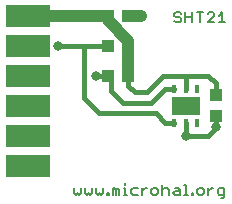
<source format=gtl>
G75*
%MOIN*%
%OFA0B0*%
%FSLAX25Y25*%
%IPPOS*%
%LPD*%
%AMOC8*
5,1,8,0,0,1.08239X$1,22.5*
%
%ADD10C,0.00600*%
%ADD11R,0.04134X0.04252*%
%ADD12R,0.04252X0.04134*%
%ADD13R,0.15000X0.07600*%
%ADD14R,0.01600X0.02800*%
%ADD15R,0.09400X0.05900*%
%ADD16R,0.03937X0.04331*%
%ADD17C,0.03175*%
%ADD18C,0.01600*%
%ADD19C,0.04000*%
D10*
X0035800Y0007667D02*
X0036367Y0007100D01*
X0036934Y0007667D01*
X0037501Y0007100D01*
X0038069Y0007667D01*
X0038069Y0009369D01*
X0039483Y0009369D02*
X0039483Y0007667D01*
X0040050Y0007100D01*
X0040617Y0007667D01*
X0041185Y0007100D01*
X0041752Y0007667D01*
X0041752Y0009369D01*
X0043166Y0009369D02*
X0043166Y0007667D01*
X0043733Y0007100D01*
X0044301Y0007667D01*
X0044868Y0007100D01*
X0045435Y0007667D01*
X0045435Y0009369D01*
X0046849Y0007667D02*
X0047417Y0007667D01*
X0047417Y0007100D01*
X0046849Y0007100D01*
X0046849Y0007667D01*
X0048691Y0007100D02*
X0048691Y0009369D01*
X0049258Y0009369D01*
X0049825Y0008801D01*
X0050392Y0009369D01*
X0050960Y0008801D01*
X0050960Y0007100D01*
X0049825Y0007100D02*
X0049825Y0008801D01*
X0052374Y0009369D02*
X0052941Y0009369D01*
X0052941Y0007100D01*
X0052374Y0007100D02*
X0053508Y0007100D01*
X0054830Y0007667D02*
X0055397Y0007100D01*
X0057098Y0007100D01*
X0058513Y0007100D02*
X0058513Y0009369D01*
X0059647Y0009369D02*
X0058513Y0008234D01*
X0059647Y0009369D02*
X0060214Y0009369D01*
X0061582Y0008801D02*
X0061582Y0007667D01*
X0062149Y0007100D01*
X0063283Y0007100D01*
X0063851Y0007667D01*
X0063851Y0008801D01*
X0063283Y0009369D01*
X0062149Y0009369D01*
X0061582Y0008801D01*
X0065265Y0008801D02*
X0065832Y0009369D01*
X0066967Y0009369D01*
X0067534Y0008801D01*
X0067534Y0007100D01*
X0068948Y0007667D02*
X0069515Y0008234D01*
X0071217Y0008234D01*
X0071217Y0008801D02*
X0071217Y0007100D01*
X0069515Y0007100D01*
X0068948Y0007667D01*
X0069515Y0009369D02*
X0070650Y0009369D01*
X0071217Y0008801D01*
X0072631Y0007100D02*
X0073766Y0007100D01*
X0073199Y0007100D02*
X0073199Y0010503D01*
X0072631Y0010503D01*
X0075087Y0007667D02*
X0075654Y0007667D01*
X0075654Y0007100D01*
X0075087Y0007100D01*
X0075087Y0007667D01*
X0076928Y0007667D02*
X0077496Y0007100D01*
X0078630Y0007100D01*
X0079197Y0007667D01*
X0079197Y0008801D01*
X0078630Y0009369D01*
X0077496Y0009369D01*
X0076928Y0008801D01*
X0076928Y0007667D01*
X0080612Y0007100D02*
X0080612Y0009369D01*
X0081746Y0009369D02*
X0080612Y0008234D01*
X0081746Y0009369D02*
X0082313Y0009369D01*
X0083681Y0008801D02*
X0083681Y0007667D01*
X0084248Y0007100D01*
X0085949Y0007100D01*
X0085949Y0006533D02*
X0085949Y0009369D01*
X0084248Y0009369D01*
X0083681Y0008801D01*
X0084815Y0005966D02*
X0085382Y0005966D01*
X0085949Y0006533D01*
X0065265Y0007100D02*
X0065265Y0010503D01*
X0057098Y0009369D02*
X0055397Y0009369D01*
X0054830Y0008801D01*
X0054830Y0007667D01*
X0052941Y0010503D02*
X0052941Y0011070D01*
X0035800Y0009369D02*
X0035800Y0007667D01*
X0069867Y0064600D02*
X0069300Y0065167D01*
X0069867Y0064600D02*
X0071001Y0064600D01*
X0071569Y0065167D01*
X0071569Y0065734D01*
X0071001Y0066301D01*
X0069867Y0066301D01*
X0069300Y0066869D01*
X0069300Y0067436D01*
X0069867Y0068003D01*
X0071001Y0068003D01*
X0071569Y0067436D01*
X0072983Y0068003D02*
X0072983Y0064600D01*
X0072983Y0066301D02*
X0075252Y0066301D01*
X0075252Y0064600D02*
X0075252Y0068003D01*
X0076666Y0068003D02*
X0078935Y0068003D01*
X0077801Y0068003D02*
X0077801Y0064600D01*
X0080349Y0064600D02*
X0082618Y0066869D01*
X0082618Y0067436D01*
X0082051Y0068003D01*
X0080917Y0068003D01*
X0080349Y0067436D01*
X0080349Y0064600D02*
X0082618Y0064600D01*
X0084033Y0064600D02*
X0086301Y0064600D01*
X0085167Y0064600D02*
X0085167Y0068003D01*
X0084033Y0066869D01*
D11*
X0053945Y0066800D03*
X0047055Y0066800D03*
D12*
X0083000Y0040245D03*
X0083000Y0033355D03*
D13*
X0020500Y0016800D03*
X0020500Y0026800D03*
X0020500Y0036800D03*
X0020500Y0046800D03*
X0020500Y0056800D03*
X0020500Y0066800D03*
D14*
X0069100Y0042500D03*
X0073000Y0042500D03*
X0076900Y0042500D03*
X0076900Y0031100D03*
X0073000Y0031100D03*
X0069100Y0031100D03*
D15*
X0073000Y0036800D03*
D16*
X0053846Y0046800D03*
X0047154Y0046800D03*
X0047154Y0056800D03*
X0053846Y0056800D03*
D17*
X0058000Y0066800D03*
X0043000Y0046800D03*
X0030500Y0056800D03*
X0070500Y0036800D03*
X0075500Y0036800D03*
X0083000Y0029800D03*
X0073000Y0026800D03*
D18*
X0080500Y0026800D01*
X0083000Y0029300D01*
X0083000Y0033355D01*
X0083000Y0040245D02*
X0083000Y0044300D01*
X0080500Y0046800D01*
X0073000Y0046800D01*
X0065500Y0046800D01*
X0060000Y0041300D01*
X0056000Y0041300D01*
X0053846Y0043454D01*
X0053846Y0046800D01*
X0048000Y0045954D02*
X0047154Y0046800D01*
X0043000Y0046800D01*
X0048000Y0045954D02*
X0048000Y0041800D01*
X0052000Y0037800D01*
X0061500Y0037800D01*
X0066200Y0042500D01*
X0069100Y0042500D01*
X0073000Y0042500D02*
X0073000Y0046800D01*
X0063000Y0034300D02*
X0044000Y0034300D01*
X0039000Y0039300D01*
X0039000Y0056800D01*
X0030500Y0056800D01*
X0039000Y0056800D02*
X0047154Y0056800D01*
X0063000Y0034300D02*
X0066200Y0031100D01*
X0069100Y0031100D01*
X0073000Y0031100D02*
X0073000Y0026800D01*
D19*
X0053846Y0046800D02*
X0053846Y0056800D01*
X0053846Y0058454D01*
X0047055Y0065245D01*
X0047055Y0066800D01*
X0020500Y0066800D01*
X0053945Y0066800D02*
X0058000Y0066800D01*
M02*

</source>
